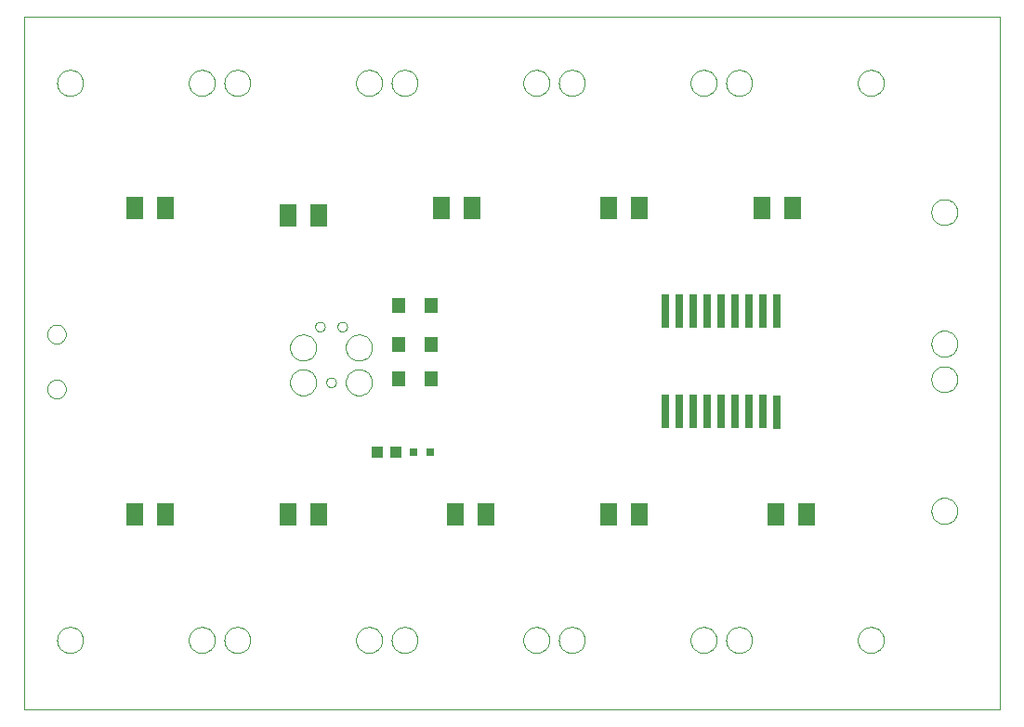
<source format=gtp>
G75*
G70*
%OFA0B0*%
%FSLAX24Y24*%
%IPPOS*%
%LPD*%
%AMOC8*
5,1,8,0,0,1.08239X$1,22.5*
%
%ADD10C,0.0000*%
%ADD11R,0.0433X0.0394*%
%ADD12R,0.0315X0.0315*%
%ADD13R,0.0472X0.0551*%
%ADD14R,0.0260X0.1200*%
%ADD15R,0.0630X0.0787*%
D10*
X000349Y000100D02*
X000349Y024971D01*
X035344Y024971D01*
X035344Y000100D01*
X000349Y000100D01*
X001522Y002600D02*
X001524Y002643D01*
X001530Y002685D01*
X001540Y002727D01*
X001553Y002768D01*
X001571Y002807D01*
X001592Y002845D01*
X001616Y002880D01*
X001643Y002913D01*
X001674Y002944D01*
X001707Y002971D01*
X001742Y002995D01*
X001780Y003016D01*
X001819Y003034D01*
X001860Y003047D01*
X001902Y003057D01*
X001944Y003063D01*
X001987Y003065D01*
X002030Y003063D01*
X002072Y003057D01*
X002114Y003047D01*
X002155Y003034D01*
X002194Y003016D01*
X002232Y002995D01*
X002267Y002971D01*
X002300Y002944D01*
X002331Y002913D01*
X002358Y002880D01*
X002382Y002845D01*
X002403Y002807D01*
X002421Y002768D01*
X002434Y002727D01*
X002444Y002685D01*
X002450Y002643D01*
X002452Y002600D01*
X002450Y002557D01*
X002444Y002515D01*
X002434Y002473D01*
X002421Y002432D01*
X002403Y002393D01*
X002382Y002355D01*
X002358Y002320D01*
X002331Y002287D01*
X002300Y002256D01*
X002267Y002229D01*
X002232Y002205D01*
X002194Y002184D01*
X002155Y002166D01*
X002114Y002153D01*
X002072Y002143D01*
X002030Y002137D01*
X001987Y002135D01*
X001944Y002137D01*
X001902Y002143D01*
X001860Y002153D01*
X001819Y002166D01*
X001780Y002184D01*
X001742Y002205D01*
X001707Y002229D01*
X001674Y002256D01*
X001643Y002287D01*
X001616Y002320D01*
X001592Y002355D01*
X001571Y002393D01*
X001553Y002432D01*
X001540Y002473D01*
X001530Y002515D01*
X001524Y002557D01*
X001522Y002600D01*
X006247Y002600D02*
X006249Y002643D01*
X006255Y002685D01*
X006265Y002727D01*
X006278Y002768D01*
X006296Y002807D01*
X006317Y002845D01*
X006341Y002880D01*
X006368Y002913D01*
X006399Y002944D01*
X006432Y002971D01*
X006467Y002995D01*
X006505Y003016D01*
X006544Y003034D01*
X006585Y003047D01*
X006627Y003057D01*
X006669Y003063D01*
X006712Y003065D01*
X006755Y003063D01*
X006797Y003057D01*
X006839Y003047D01*
X006880Y003034D01*
X006919Y003016D01*
X006957Y002995D01*
X006992Y002971D01*
X007025Y002944D01*
X007056Y002913D01*
X007083Y002880D01*
X007107Y002845D01*
X007128Y002807D01*
X007146Y002768D01*
X007159Y002727D01*
X007169Y002685D01*
X007175Y002643D01*
X007177Y002600D01*
X007175Y002557D01*
X007169Y002515D01*
X007159Y002473D01*
X007146Y002432D01*
X007128Y002393D01*
X007107Y002355D01*
X007083Y002320D01*
X007056Y002287D01*
X007025Y002256D01*
X006992Y002229D01*
X006957Y002205D01*
X006919Y002184D01*
X006880Y002166D01*
X006839Y002153D01*
X006797Y002143D01*
X006755Y002137D01*
X006712Y002135D01*
X006669Y002137D01*
X006627Y002143D01*
X006585Y002153D01*
X006544Y002166D01*
X006505Y002184D01*
X006467Y002205D01*
X006432Y002229D01*
X006399Y002256D01*
X006368Y002287D01*
X006341Y002320D01*
X006317Y002355D01*
X006296Y002393D01*
X006278Y002432D01*
X006265Y002473D01*
X006255Y002515D01*
X006249Y002557D01*
X006247Y002600D01*
X007522Y002600D02*
X007524Y002643D01*
X007530Y002685D01*
X007540Y002727D01*
X007553Y002768D01*
X007571Y002807D01*
X007592Y002845D01*
X007616Y002880D01*
X007643Y002913D01*
X007674Y002944D01*
X007707Y002971D01*
X007742Y002995D01*
X007780Y003016D01*
X007819Y003034D01*
X007860Y003047D01*
X007902Y003057D01*
X007944Y003063D01*
X007987Y003065D01*
X008030Y003063D01*
X008072Y003057D01*
X008114Y003047D01*
X008155Y003034D01*
X008194Y003016D01*
X008232Y002995D01*
X008267Y002971D01*
X008300Y002944D01*
X008331Y002913D01*
X008358Y002880D01*
X008382Y002845D01*
X008403Y002807D01*
X008421Y002768D01*
X008434Y002727D01*
X008444Y002685D01*
X008450Y002643D01*
X008452Y002600D01*
X008450Y002557D01*
X008444Y002515D01*
X008434Y002473D01*
X008421Y002432D01*
X008403Y002393D01*
X008382Y002355D01*
X008358Y002320D01*
X008331Y002287D01*
X008300Y002256D01*
X008267Y002229D01*
X008232Y002205D01*
X008194Y002184D01*
X008155Y002166D01*
X008114Y002153D01*
X008072Y002143D01*
X008030Y002137D01*
X007987Y002135D01*
X007944Y002137D01*
X007902Y002143D01*
X007860Y002153D01*
X007819Y002166D01*
X007780Y002184D01*
X007742Y002205D01*
X007707Y002229D01*
X007674Y002256D01*
X007643Y002287D01*
X007616Y002320D01*
X007592Y002355D01*
X007571Y002393D01*
X007553Y002432D01*
X007540Y002473D01*
X007530Y002515D01*
X007524Y002557D01*
X007522Y002600D01*
X012247Y002600D02*
X012249Y002643D01*
X012255Y002685D01*
X012265Y002727D01*
X012278Y002768D01*
X012296Y002807D01*
X012317Y002845D01*
X012341Y002880D01*
X012368Y002913D01*
X012399Y002944D01*
X012432Y002971D01*
X012467Y002995D01*
X012505Y003016D01*
X012544Y003034D01*
X012585Y003047D01*
X012627Y003057D01*
X012669Y003063D01*
X012712Y003065D01*
X012755Y003063D01*
X012797Y003057D01*
X012839Y003047D01*
X012880Y003034D01*
X012919Y003016D01*
X012957Y002995D01*
X012992Y002971D01*
X013025Y002944D01*
X013056Y002913D01*
X013083Y002880D01*
X013107Y002845D01*
X013128Y002807D01*
X013146Y002768D01*
X013159Y002727D01*
X013169Y002685D01*
X013175Y002643D01*
X013177Y002600D01*
X013175Y002557D01*
X013169Y002515D01*
X013159Y002473D01*
X013146Y002432D01*
X013128Y002393D01*
X013107Y002355D01*
X013083Y002320D01*
X013056Y002287D01*
X013025Y002256D01*
X012992Y002229D01*
X012957Y002205D01*
X012919Y002184D01*
X012880Y002166D01*
X012839Y002153D01*
X012797Y002143D01*
X012755Y002137D01*
X012712Y002135D01*
X012669Y002137D01*
X012627Y002143D01*
X012585Y002153D01*
X012544Y002166D01*
X012505Y002184D01*
X012467Y002205D01*
X012432Y002229D01*
X012399Y002256D01*
X012368Y002287D01*
X012341Y002320D01*
X012317Y002355D01*
X012296Y002393D01*
X012278Y002432D01*
X012265Y002473D01*
X012255Y002515D01*
X012249Y002557D01*
X012247Y002600D01*
X013522Y002600D02*
X013524Y002643D01*
X013530Y002685D01*
X013540Y002727D01*
X013553Y002768D01*
X013571Y002807D01*
X013592Y002845D01*
X013616Y002880D01*
X013643Y002913D01*
X013674Y002944D01*
X013707Y002971D01*
X013742Y002995D01*
X013780Y003016D01*
X013819Y003034D01*
X013860Y003047D01*
X013902Y003057D01*
X013944Y003063D01*
X013987Y003065D01*
X014030Y003063D01*
X014072Y003057D01*
X014114Y003047D01*
X014155Y003034D01*
X014194Y003016D01*
X014232Y002995D01*
X014267Y002971D01*
X014300Y002944D01*
X014331Y002913D01*
X014358Y002880D01*
X014382Y002845D01*
X014403Y002807D01*
X014421Y002768D01*
X014434Y002727D01*
X014444Y002685D01*
X014450Y002643D01*
X014452Y002600D01*
X014450Y002557D01*
X014444Y002515D01*
X014434Y002473D01*
X014421Y002432D01*
X014403Y002393D01*
X014382Y002355D01*
X014358Y002320D01*
X014331Y002287D01*
X014300Y002256D01*
X014267Y002229D01*
X014232Y002205D01*
X014194Y002184D01*
X014155Y002166D01*
X014114Y002153D01*
X014072Y002143D01*
X014030Y002137D01*
X013987Y002135D01*
X013944Y002137D01*
X013902Y002143D01*
X013860Y002153D01*
X013819Y002166D01*
X013780Y002184D01*
X013742Y002205D01*
X013707Y002229D01*
X013674Y002256D01*
X013643Y002287D01*
X013616Y002320D01*
X013592Y002355D01*
X013571Y002393D01*
X013553Y002432D01*
X013540Y002473D01*
X013530Y002515D01*
X013524Y002557D01*
X013522Y002600D01*
X018247Y002600D02*
X018249Y002643D01*
X018255Y002685D01*
X018265Y002727D01*
X018278Y002768D01*
X018296Y002807D01*
X018317Y002845D01*
X018341Y002880D01*
X018368Y002913D01*
X018399Y002944D01*
X018432Y002971D01*
X018467Y002995D01*
X018505Y003016D01*
X018544Y003034D01*
X018585Y003047D01*
X018627Y003057D01*
X018669Y003063D01*
X018712Y003065D01*
X018755Y003063D01*
X018797Y003057D01*
X018839Y003047D01*
X018880Y003034D01*
X018919Y003016D01*
X018957Y002995D01*
X018992Y002971D01*
X019025Y002944D01*
X019056Y002913D01*
X019083Y002880D01*
X019107Y002845D01*
X019128Y002807D01*
X019146Y002768D01*
X019159Y002727D01*
X019169Y002685D01*
X019175Y002643D01*
X019177Y002600D01*
X019175Y002557D01*
X019169Y002515D01*
X019159Y002473D01*
X019146Y002432D01*
X019128Y002393D01*
X019107Y002355D01*
X019083Y002320D01*
X019056Y002287D01*
X019025Y002256D01*
X018992Y002229D01*
X018957Y002205D01*
X018919Y002184D01*
X018880Y002166D01*
X018839Y002153D01*
X018797Y002143D01*
X018755Y002137D01*
X018712Y002135D01*
X018669Y002137D01*
X018627Y002143D01*
X018585Y002153D01*
X018544Y002166D01*
X018505Y002184D01*
X018467Y002205D01*
X018432Y002229D01*
X018399Y002256D01*
X018368Y002287D01*
X018341Y002320D01*
X018317Y002355D01*
X018296Y002393D01*
X018278Y002432D01*
X018265Y002473D01*
X018255Y002515D01*
X018249Y002557D01*
X018247Y002600D01*
X019522Y002600D02*
X019524Y002643D01*
X019530Y002685D01*
X019540Y002727D01*
X019553Y002768D01*
X019571Y002807D01*
X019592Y002845D01*
X019616Y002880D01*
X019643Y002913D01*
X019674Y002944D01*
X019707Y002971D01*
X019742Y002995D01*
X019780Y003016D01*
X019819Y003034D01*
X019860Y003047D01*
X019902Y003057D01*
X019944Y003063D01*
X019987Y003065D01*
X020030Y003063D01*
X020072Y003057D01*
X020114Y003047D01*
X020155Y003034D01*
X020194Y003016D01*
X020232Y002995D01*
X020267Y002971D01*
X020300Y002944D01*
X020331Y002913D01*
X020358Y002880D01*
X020382Y002845D01*
X020403Y002807D01*
X020421Y002768D01*
X020434Y002727D01*
X020444Y002685D01*
X020450Y002643D01*
X020452Y002600D01*
X020450Y002557D01*
X020444Y002515D01*
X020434Y002473D01*
X020421Y002432D01*
X020403Y002393D01*
X020382Y002355D01*
X020358Y002320D01*
X020331Y002287D01*
X020300Y002256D01*
X020267Y002229D01*
X020232Y002205D01*
X020194Y002184D01*
X020155Y002166D01*
X020114Y002153D01*
X020072Y002143D01*
X020030Y002137D01*
X019987Y002135D01*
X019944Y002137D01*
X019902Y002143D01*
X019860Y002153D01*
X019819Y002166D01*
X019780Y002184D01*
X019742Y002205D01*
X019707Y002229D01*
X019674Y002256D01*
X019643Y002287D01*
X019616Y002320D01*
X019592Y002355D01*
X019571Y002393D01*
X019553Y002432D01*
X019540Y002473D01*
X019530Y002515D01*
X019524Y002557D01*
X019522Y002600D01*
X024247Y002600D02*
X024249Y002643D01*
X024255Y002685D01*
X024265Y002727D01*
X024278Y002768D01*
X024296Y002807D01*
X024317Y002845D01*
X024341Y002880D01*
X024368Y002913D01*
X024399Y002944D01*
X024432Y002971D01*
X024467Y002995D01*
X024505Y003016D01*
X024544Y003034D01*
X024585Y003047D01*
X024627Y003057D01*
X024669Y003063D01*
X024712Y003065D01*
X024755Y003063D01*
X024797Y003057D01*
X024839Y003047D01*
X024880Y003034D01*
X024919Y003016D01*
X024957Y002995D01*
X024992Y002971D01*
X025025Y002944D01*
X025056Y002913D01*
X025083Y002880D01*
X025107Y002845D01*
X025128Y002807D01*
X025146Y002768D01*
X025159Y002727D01*
X025169Y002685D01*
X025175Y002643D01*
X025177Y002600D01*
X025175Y002557D01*
X025169Y002515D01*
X025159Y002473D01*
X025146Y002432D01*
X025128Y002393D01*
X025107Y002355D01*
X025083Y002320D01*
X025056Y002287D01*
X025025Y002256D01*
X024992Y002229D01*
X024957Y002205D01*
X024919Y002184D01*
X024880Y002166D01*
X024839Y002153D01*
X024797Y002143D01*
X024755Y002137D01*
X024712Y002135D01*
X024669Y002137D01*
X024627Y002143D01*
X024585Y002153D01*
X024544Y002166D01*
X024505Y002184D01*
X024467Y002205D01*
X024432Y002229D01*
X024399Y002256D01*
X024368Y002287D01*
X024341Y002320D01*
X024317Y002355D01*
X024296Y002393D01*
X024278Y002432D01*
X024265Y002473D01*
X024255Y002515D01*
X024249Y002557D01*
X024247Y002600D01*
X025522Y002600D02*
X025524Y002643D01*
X025530Y002685D01*
X025540Y002727D01*
X025553Y002768D01*
X025571Y002807D01*
X025592Y002845D01*
X025616Y002880D01*
X025643Y002913D01*
X025674Y002944D01*
X025707Y002971D01*
X025742Y002995D01*
X025780Y003016D01*
X025819Y003034D01*
X025860Y003047D01*
X025902Y003057D01*
X025944Y003063D01*
X025987Y003065D01*
X026030Y003063D01*
X026072Y003057D01*
X026114Y003047D01*
X026155Y003034D01*
X026194Y003016D01*
X026232Y002995D01*
X026267Y002971D01*
X026300Y002944D01*
X026331Y002913D01*
X026358Y002880D01*
X026382Y002845D01*
X026403Y002807D01*
X026421Y002768D01*
X026434Y002727D01*
X026444Y002685D01*
X026450Y002643D01*
X026452Y002600D01*
X026450Y002557D01*
X026444Y002515D01*
X026434Y002473D01*
X026421Y002432D01*
X026403Y002393D01*
X026382Y002355D01*
X026358Y002320D01*
X026331Y002287D01*
X026300Y002256D01*
X026267Y002229D01*
X026232Y002205D01*
X026194Y002184D01*
X026155Y002166D01*
X026114Y002153D01*
X026072Y002143D01*
X026030Y002137D01*
X025987Y002135D01*
X025944Y002137D01*
X025902Y002143D01*
X025860Y002153D01*
X025819Y002166D01*
X025780Y002184D01*
X025742Y002205D01*
X025707Y002229D01*
X025674Y002256D01*
X025643Y002287D01*
X025616Y002320D01*
X025592Y002355D01*
X025571Y002393D01*
X025553Y002432D01*
X025540Y002473D01*
X025530Y002515D01*
X025524Y002557D01*
X025522Y002600D01*
X030247Y002600D02*
X030249Y002643D01*
X030255Y002685D01*
X030265Y002727D01*
X030278Y002768D01*
X030296Y002807D01*
X030317Y002845D01*
X030341Y002880D01*
X030368Y002913D01*
X030399Y002944D01*
X030432Y002971D01*
X030467Y002995D01*
X030505Y003016D01*
X030544Y003034D01*
X030585Y003047D01*
X030627Y003057D01*
X030669Y003063D01*
X030712Y003065D01*
X030755Y003063D01*
X030797Y003057D01*
X030839Y003047D01*
X030880Y003034D01*
X030919Y003016D01*
X030957Y002995D01*
X030992Y002971D01*
X031025Y002944D01*
X031056Y002913D01*
X031083Y002880D01*
X031107Y002845D01*
X031128Y002807D01*
X031146Y002768D01*
X031159Y002727D01*
X031169Y002685D01*
X031175Y002643D01*
X031177Y002600D01*
X031175Y002557D01*
X031169Y002515D01*
X031159Y002473D01*
X031146Y002432D01*
X031128Y002393D01*
X031107Y002355D01*
X031083Y002320D01*
X031056Y002287D01*
X031025Y002256D01*
X030992Y002229D01*
X030957Y002205D01*
X030919Y002184D01*
X030880Y002166D01*
X030839Y002153D01*
X030797Y002143D01*
X030755Y002137D01*
X030712Y002135D01*
X030669Y002137D01*
X030627Y002143D01*
X030585Y002153D01*
X030544Y002166D01*
X030505Y002184D01*
X030467Y002205D01*
X030432Y002229D01*
X030399Y002256D01*
X030368Y002287D01*
X030341Y002320D01*
X030317Y002355D01*
X030296Y002393D01*
X030278Y002432D01*
X030265Y002473D01*
X030255Y002515D01*
X030249Y002557D01*
X030247Y002600D01*
X032884Y007238D02*
X032886Y007281D01*
X032892Y007323D01*
X032902Y007365D01*
X032915Y007406D01*
X032933Y007445D01*
X032954Y007483D01*
X032978Y007518D01*
X033005Y007551D01*
X033036Y007582D01*
X033069Y007609D01*
X033104Y007633D01*
X033142Y007654D01*
X033181Y007672D01*
X033222Y007685D01*
X033264Y007695D01*
X033306Y007701D01*
X033349Y007703D01*
X033392Y007701D01*
X033434Y007695D01*
X033476Y007685D01*
X033517Y007672D01*
X033556Y007654D01*
X033594Y007633D01*
X033629Y007609D01*
X033662Y007582D01*
X033693Y007551D01*
X033720Y007518D01*
X033744Y007483D01*
X033765Y007445D01*
X033783Y007406D01*
X033796Y007365D01*
X033806Y007323D01*
X033812Y007281D01*
X033814Y007238D01*
X033812Y007195D01*
X033806Y007153D01*
X033796Y007111D01*
X033783Y007070D01*
X033765Y007031D01*
X033744Y006993D01*
X033720Y006958D01*
X033693Y006925D01*
X033662Y006894D01*
X033629Y006867D01*
X033594Y006843D01*
X033556Y006822D01*
X033517Y006804D01*
X033476Y006791D01*
X033434Y006781D01*
X033392Y006775D01*
X033349Y006773D01*
X033306Y006775D01*
X033264Y006781D01*
X033222Y006791D01*
X033181Y006804D01*
X033142Y006822D01*
X033104Y006843D01*
X033069Y006867D01*
X033036Y006894D01*
X033005Y006925D01*
X032978Y006958D01*
X032954Y006993D01*
X032933Y007031D01*
X032915Y007070D01*
X032902Y007111D01*
X032892Y007153D01*
X032886Y007195D01*
X032884Y007238D01*
X032884Y011962D02*
X032886Y012005D01*
X032892Y012047D01*
X032902Y012089D01*
X032915Y012130D01*
X032933Y012169D01*
X032954Y012207D01*
X032978Y012242D01*
X033005Y012275D01*
X033036Y012306D01*
X033069Y012333D01*
X033104Y012357D01*
X033142Y012378D01*
X033181Y012396D01*
X033222Y012409D01*
X033264Y012419D01*
X033306Y012425D01*
X033349Y012427D01*
X033392Y012425D01*
X033434Y012419D01*
X033476Y012409D01*
X033517Y012396D01*
X033556Y012378D01*
X033594Y012357D01*
X033629Y012333D01*
X033662Y012306D01*
X033693Y012275D01*
X033720Y012242D01*
X033744Y012207D01*
X033765Y012169D01*
X033783Y012130D01*
X033796Y012089D01*
X033806Y012047D01*
X033812Y012005D01*
X033814Y011962D01*
X033812Y011919D01*
X033806Y011877D01*
X033796Y011835D01*
X033783Y011794D01*
X033765Y011755D01*
X033744Y011717D01*
X033720Y011682D01*
X033693Y011649D01*
X033662Y011618D01*
X033629Y011591D01*
X033594Y011567D01*
X033556Y011546D01*
X033517Y011528D01*
X033476Y011515D01*
X033434Y011505D01*
X033392Y011499D01*
X033349Y011497D01*
X033306Y011499D01*
X033264Y011505D01*
X033222Y011515D01*
X033181Y011528D01*
X033142Y011546D01*
X033104Y011567D01*
X033069Y011591D01*
X033036Y011618D01*
X033005Y011649D01*
X032978Y011682D01*
X032954Y011717D01*
X032933Y011755D01*
X032915Y011794D01*
X032902Y011835D01*
X032892Y011877D01*
X032886Y011919D01*
X032884Y011962D01*
X032884Y013238D02*
X032886Y013281D01*
X032892Y013323D01*
X032902Y013365D01*
X032915Y013406D01*
X032933Y013445D01*
X032954Y013483D01*
X032978Y013518D01*
X033005Y013551D01*
X033036Y013582D01*
X033069Y013609D01*
X033104Y013633D01*
X033142Y013654D01*
X033181Y013672D01*
X033222Y013685D01*
X033264Y013695D01*
X033306Y013701D01*
X033349Y013703D01*
X033392Y013701D01*
X033434Y013695D01*
X033476Y013685D01*
X033517Y013672D01*
X033556Y013654D01*
X033594Y013633D01*
X033629Y013609D01*
X033662Y013582D01*
X033693Y013551D01*
X033720Y013518D01*
X033744Y013483D01*
X033765Y013445D01*
X033783Y013406D01*
X033796Y013365D01*
X033806Y013323D01*
X033812Y013281D01*
X033814Y013238D01*
X033812Y013195D01*
X033806Y013153D01*
X033796Y013111D01*
X033783Y013070D01*
X033765Y013031D01*
X033744Y012993D01*
X033720Y012958D01*
X033693Y012925D01*
X033662Y012894D01*
X033629Y012867D01*
X033594Y012843D01*
X033556Y012822D01*
X033517Y012804D01*
X033476Y012791D01*
X033434Y012781D01*
X033392Y012775D01*
X033349Y012773D01*
X033306Y012775D01*
X033264Y012781D01*
X033222Y012791D01*
X033181Y012804D01*
X033142Y012822D01*
X033104Y012843D01*
X033069Y012867D01*
X033036Y012894D01*
X033005Y012925D01*
X032978Y012958D01*
X032954Y012993D01*
X032933Y013031D01*
X032915Y013070D01*
X032902Y013111D01*
X032892Y013153D01*
X032886Y013195D01*
X032884Y013238D01*
X032884Y017962D02*
X032886Y018005D01*
X032892Y018047D01*
X032902Y018089D01*
X032915Y018130D01*
X032933Y018169D01*
X032954Y018207D01*
X032978Y018242D01*
X033005Y018275D01*
X033036Y018306D01*
X033069Y018333D01*
X033104Y018357D01*
X033142Y018378D01*
X033181Y018396D01*
X033222Y018409D01*
X033264Y018419D01*
X033306Y018425D01*
X033349Y018427D01*
X033392Y018425D01*
X033434Y018419D01*
X033476Y018409D01*
X033517Y018396D01*
X033556Y018378D01*
X033594Y018357D01*
X033629Y018333D01*
X033662Y018306D01*
X033693Y018275D01*
X033720Y018242D01*
X033744Y018207D01*
X033765Y018169D01*
X033783Y018130D01*
X033796Y018089D01*
X033806Y018047D01*
X033812Y018005D01*
X033814Y017962D01*
X033812Y017919D01*
X033806Y017877D01*
X033796Y017835D01*
X033783Y017794D01*
X033765Y017755D01*
X033744Y017717D01*
X033720Y017682D01*
X033693Y017649D01*
X033662Y017618D01*
X033629Y017591D01*
X033594Y017567D01*
X033556Y017546D01*
X033517Y017528D01*
X033476Y017515D01*
X033434Y017505D01*
X033392Y017499D01*
X033349Y017497D01*
X033306Y017499D01*
X033264Y017505D01*
X033222Y017515D01*
X033181Y017528D01*
X033142Y017546D01*
X033104Y017567D01*
X033069Y017591D01*
X033036Y017618D01*
X033005Y017649D01*
X032978Y017682D01*
X032954Y017717D01*
X032933Y017755D01*
X032915Y017794D01*
X032902Y017835D01*
X032892Y017877D01*
X032886Y017919D01*
X032884Y017962D01*
X030247Y022600D02*
X030249Y022643D01*
X030255Y022685D01*
X030265Y022727D01*
X030278Y022768D01*
X030296Y022807D01*
X030317Y022845D01*
X030341Y022880D01*
X030368Y022913D01*
X030399Y022944D01*
X030432Y022971D01*
X030467Y022995D01*
X030505Y023016D01*
X030544Y023034D01*
X030585Y023047D01*
X030627Y023057D01*
X030669Y023063D01*
X030712Y023065D01*
X030755Y023063D01*
X030797Y023057D01*
X030839Y023047D01*
X030880Y023034D01*
X030919Y023016D01*
X030957Y022995D01*
X030992Y022971D01*
X031025Y022944D01*
X031056Y022913D01*
X031083Y022880D01*
X031107Y022845D01*
X031128Y022807D01*
X031146Y022768D01*
X031159Y022727D01*
X031169Y022685D01*
X031175Y022643D01*
X031177Y022600D01*
X031175Y022557D01*
X031169Y022515D01*
X031159Y022473D01*
X031146Y022432D01*
X031128Y022393D01*
X031107Y022355D01*
X031083Y022320D01*
X031056Y022287D01*
X031025Y022256D01*
X030992Y022229D01*
X030957Y022205D01*
X030919Y022184D01*
X030880Y022166D01*
X030839Y022153D01*
X030797Y022143D01*
X030755Y022137D01*
X030712Y022135D01*
X030669Y022137D01*
X030627Y022143D01*
X030585Y022153D01*
X030544Y022166D01*
X030505Y022184D01*
X030467Y022205D01*
X030432Y022229D01*
X030399Y022256D01*
X030368Y022287D01*
X030341Y022320D01*
X030317Y022355D01*
X030296Y022393D01*
X030278Y022432D01*
X030265Y022473D01*
X030255Y022515D01*
X030249Y022557D01*
X030247Y022600D01*
X025522Y022600D02*
X025524Y022643D01*
X025530Y022685D01*
X025540Y022727D01*
X025553Y022768D01*
X025571Y022807D01*
X025592Y022845D01*
X025616Y022880D01*
X025643Y022913D01*
X025674Y022944D01*
X025707Y022971D01*
X025742Y022995D01*
X025780Y023016D01*
X025819Y023034D01*
X025860Y023047D01*
X025902Y023057D01*
X025944Y023063D01*
X025987Y023065D01*
X026030Y023063D01*
X026072Y023057D01*
X026114Y023047D01*
X026155Y023034D01*
X026194Y023016D01*
X026232Y022995D01*
X026267Y022971D01*
X026300Y022944D01*
X026331Y022913D01*
X026358Y022880D01*
X026382Y022845D01*
X026403Y022807D01*
X026421Y022768D01*
X026434Y022727D01*
X026444Y022685D01*
X026450Y022643D01*
X026452Y022600D01*
X026450Y022557D01*
X026444Y022515D01*
X026434Y022473D01*
X026421Y022432D01*
X026403Y022393D01*
X026382Y022355D01*
X026358Y022320D01*
X026331Y022287D01*
X026300Y022256D01*
X026267Y022229D01*
X026232Y022205D01*
X026194Y022184D01*
X026155Y022166D01*
X026114Y022153D01*
X026072Y022143D01*
X026030Y022137D01*
X025987Y022135D01*
X025944Y022137D01*
X025902Y022143D01*
X025860Y022153D01*
X025819Y022166D01*
X025780Y022184D01*
X025742Y022205D01*
X025707Y022229D01*
X025674Y022256D01*
X025643Y022287D01*
X025616Y022320D01*
X025592Y022355D01*
X025571Y022393D01*
X025553Y022432D01*
X025540Y022473D01*
X025530Y022515D01*
X025524Y022557D01*
X025522Y022600D01*
X024247Y022600D02*
X024249Y022643D01*
X024255Y022685D01*
X024265Y022727D01*
X024278Y022768D01*
X024296Y022807D01*
X024317Y022845D01*
X024341Y022880D01*
X024368Y022913D01*
X024399Y022944D01*
X024432Y022971D01*
X024467Y022995D01*
X024505Y023016D01*
X024544Y023034D01*
X024585Y023047D01*
X024627Y023057D01*
X024669Y023063D01*
X024712Y023065D01*
X024755Y023063D01*
X024797Y023057D01*
X024839Y023047D01*
X024880Y023034D01*
X024919Y023016D01*
X024957Y022995D01*
X024992Y022971D01*
X025025Y022944D01*
X025056Y022913D01*
X025083Y022880D01*
X025107Y022845D01*
X025128Y022807D01*
X025146Y022768D01*
X025159Y022727D01*
X025169Y022685D01*
X025175Y022643D01*
X025177Y022600D01*
X025175Y022557D01*
X025169Y022515D01*
X025159Y022473D01*
X025146Y022432D01*
X025128Y022393D01*
X025107Y022355D01*
X025083Y022320D01*
X025056Y022287D01*
X025025Y022256D01*
X024992Y022229D01*
X024957Y022205D01*
X024919Y022184D01*
X024880Y022166D01*
X024839Y022153D01*
X024797Y022143D01*
X024755Y022137D01*
X024712Y022135D01*
X024669Y022137D01*
X024627Y022143D01*
X024585Y022153D01*
X024544Y022166D01*
X024505Y022184D01*
X024467Y022205D01*
X024432Y022229D01*
X024399Y022256D01*
X024368Y022287D01*
X024341Y022320D01*
X024317Y022355D01*
X024296Y022393D01*
X024278Y022432D01*
X024265Y022473D01*
X024255Y022515D01*
X024249Y022557D01*
X024247Y022600D01*
X019522Y022600D02*
X019524Y022643D01*
X019530Y022685D01*
X019540Y022727D01*
X019553Y022768D01*
X019571Y022807D01*
X019592Y022845D01*
X019616Y022880D01*
X019643Y022913D01*
X019674Y022944D01*
X019707Y022971D01*
X019742Y022995D01*
X019780Y023016D01*
X019819Y023034D01*
X019860Y023047D01*
X019902Y023057D01*
X019944Y023063D01*
X019987Y023065D01*
X020030Y023063D01*
X020072Y023057D01*
X020114Y023047D01*
X020155Y023034D01*
X020194Y023016D01*
X020232Y022995D01*
X020267Y022971D01*
X020300Y022944D01*
X020331Y022913D01*
X020358Y022880D01*
X020382Y022845D01*
X020403Y022807D01*
X020421Y022768D01*
X020434Y022727D01*
X020444Y022685D01*
X020450Y022643D01*
X020452Y022600D01*
X020450Y022557D01*
X020444Y022515D01*
X020434Y022473D01*
X020421Y022432D01*
X020403Y022393D01*
X020382Y022355D01*
X020358Y022320D01*
X020331Y022287D01*
X020300Y022256D01*
X020267Y022229D01*
X020232Y022205D01*
X020194Y022184D01*
X020155Y022166D01*
X020114Y022153D01*
X020072Y022143D01*
X020030Y022137D01*
X019987Y022135D01*
X019944Y022137D01*
X019902Y022143D01*
X019860Y022153D01*
X019819Y022166D01*
X019780Y022184D01*
X019742Y022205D01*
X019707Y022229D01*
X019674Y022256D01*
X019643Y022287D01*
X019616Y022320D01*
X019592Y022355D01*
X019571Y022393D01*
X019553Y022432D01*
X019540Y022473D01*
X019530Y022515D01*
X019524Y022557D01*
X019522Y022600D01*
X018247Y022600D02*
X018249Y022643D01*
X018255Y022685D01*
X018265Y022727D01*
X018278Y022768D01*
X018296Y022807D01*
X018317Y022845D01*
X018341Y022880D01*
X018368Y022913D01*
X018399Y022944D01*
X018432Y022971D01*
X018467Y022995D01*
X018505Y023016D01*
X018544Y023034D01*
X018585Y023047D01*
X018627Y023057D01*
X018669Y023063D01*
X018712Y023065D01*
X018755Y023063D01*
X018797Y023057D01*
X018839Y023047D01*
X018880Y023034D01*
X018919Y023016D01*
X018957Y022995D01*
X018992Y022971D01*
X019025Y022944D01*
X019056Y022913D01*
X019083Y022880D01*
X019107Y022845D01*
X019128Y022807D01*
X019146Y022768D01*
X019159Y022727D01*
X019169Y022685D01*
X019175Y022643D01*
X019177Y022600D01*
X019175Y022557D01*
X019169Y022515D01*
X019159Y022473D01*
X019146Y022432D01*
X019128Y022393D01*
X019107Y022355D01*
X019083Y022320D01*
X019056Y022287D01*
X019025Y022256D01*
X018992Y022229D01*
X018957Y022205D01*
X018919Y022184D01*
X018880Y022166D01*
X018839Y022153D01*
X018797Y022143D01*
X018755Y022137D01*
X018712Y022135D01*
X018669Y022137D01*
X018627Y022143D01*
X018585Y022153D01*
X018544Y022166D01*
X018505Y022184D01*
X018467Y022205D01*
X018432Y022229D01*
X018399Y022256D01*
X018368Y022287D01*
X018341Y022320D01*
X018317Y022355D01*
X018296Y022393D01*
X018278Y022432D01*
X018265Y022473D01*
X018255Y022515D01*
X018249Y022557D01*
X018247Y022600D01*
X013522Y022600D02*
X013524Y022643D01*
X013530Y022685D01*
X013540Y022727D01*
X013553Y022768D01*
X013571Y022807D01*
X013592Y022845D01*
X013616Y022880D01*
X013643Y022913D01*
X013674Y022944D01*
X013707Y022971D01*
X013742Y022995D01*
X013780Y023016D01*
X013819Y023034D01*
X013860Y023047D01*
X013902Y023057D01*
X013944Y023063D01*
X013987Y023065D01*
X014030Y023063D01*
X014072Y023057D01*
X014114Y023047D01*
X014155Y023034D01*
X014194Y023016D01*
X014232Y022995D01*
X014267Y022971D01*
X014300Y022944D01*
X014331Y022913D01*
X014358Y022880D01*
X014382Y022845D01*
X014403Y022807D01*
X014421Y022768D01*
X014434Y022727D01*
X014444Y022685D01*
X014450Y022643D01*
X014452Y022600D01*
X014450Y022557D01*
X014444Y022515D01*
X014434Y022473D01*
X014421Y022432D01*
X014403Y022393D01*
X014382Y022355D01*
X014358Y022320D01*
X014331Y022287D01*
X014300Y022256D01*
X014267Y022229D01*
X014232Y022205D01*
X014194Y022184D01*
X014155Y022166D01*
X014114Y022153D01*
X014072Y022143D01*
X014030Y022137D01*
X013987Y022135D01*
X013944Y022137D01*
X013902Y022143D01*
X013860Y022153D01*
X013819Y022166D01*
X013780Y022184D01*
X013742Y022205D01*
X013707Y022229D01*
X013674Y022256D01*
X013643Y022287D01*
X013616Y022320D01*
X013592Y022355D01*
X013571Y022393D01*
X013553Y022432D01*
X013540Y022473D01*
X013530Y022515D01*
X013524Y022557D01*
X013522Y022600D01*
X012247Y022600D02*
X012249Y022643D01*
X012255Y022685D01*
X012265Y022727D01*
X012278Y022768D01*
X012296Y022807D01*
X012317Y022845D01*
X012341Y022880D01*
X012368Y022913D01*
X012399Y022944D01*
X012432Y022971D01*
X012467Y022995D01*
X012505Y023016D01*
X012544Y023034D01*
X012585Y023047D01*
X012627Y023057D01*
X012669Y023063D01*
X012712Y023065D01*
X012755Y023063D01*
X012797Y023057D01*
X012839Y023047D01*
X012880Y023034D01*
X012919Y023016D01*
X012957Y022995D01*
X012992Y022971D01*
X013025Y022944D01*
X013056Y022913D01*
X013083Y022880D01*
X013107Y022845D01*
X013128Y022807D01*
X013146Y022768D01*
X013159Y022727D01*
X013169Y022685D01*
X013175Y022643D01*
X013177Y022600D01*
X013175Y022557D01*
X013169Y022515D01*
X013159Y022473D01*
X013146Y022432D01*
X013128Y022393D01*
X013107Y022355D01*
X013083Y022320D01*
X013056Y022287D01*
X013025Y022256D01*
X012992Y022229D01*
X012957Y022205D01*
X012919Y022184D01*
X012880Y022166D01*
X012839Y022153D01*
X012797Y022143D01*
X012755Y022137D01*
X012712Y022135D01*
X012669Y022137D01*
X012627Y022143D01*
X012585Y022153D01*
X012544Y022166D01*
X012505Y022184D01*
X012467Y022205D01*
X012432Y022229D01*
X012399Y022256D01*
X012368Y022287D01*
X012341Y022320D01*
X012317Y022355D01*
X012296Y022393D01*
X012278Y022432D01*
X012265Y022473D01*
X012255Y022515D01*
X012249Y022557D01*
X012247Y022600D01*
X007522Y022600D02*
X007524Y022643D01*
X007530Y022685D01*
X007540Y022727D01*
X007553Y022768D01*
X007571Y022807D01*
X007592Y022845D01*
X007616Y022880D01*
X007643Y022913D01*
X007674Y022944D01*
X007707Y022971D01*
X007742Y022995D01*
X007780Y023016D01*
X007819Y023034D01*
X007860Y023047D01*
X007902Y023057D01*
X007944Y023063D01*
X007987Y023065D01*
X008030Y023063D01*
X008072Y023057D01*
X008114Y023047D01*
X008155Y023034D01*
X008194Y023016D01*
X008232Y022995D01*
X008267Y022971D01*
X008300Y022944D01*
X008331Y022913D01*
X008358Y022880D01*
X008382Y022845D01*
X008403Y022807D01*
X008421Y022768D01*
X008434Y022727D01*
X008444Y022685D01*
X008450Y022643D01*
X008452Y022600D01*
X008450Y022557D01*
X008444Y022515D01*
X008434Y022473D01*
X008421Y022432D01*
X008403Y022393D01*
X008382Y022355D01*
X008358Y022320D01*
X008331Y022287D01*
X008300Y022256D01*
X008267Y022229D01*
X008232Y022205D01*
X008194Y022184D01*
X008155Y022166D01*
X008114Y022153D01*
X008072Y022143D01*
X008030Y022137D01*
X007987Y022135D01*
X007944Y022137D01*
X007902Y022143D01*
X007860Y022153D01*
X007819Y022166D01*
X007780Y022184D01*
X007742Y022205D01*
X007707Y022229D01*
X007674Y022256D01*
X007643Y022287D01*
X007616Y022320D01*
X007592Y022355D01*
X007571Y022393D01*
X007553Y022432D01*
X007540Y022473D01*
X007530Y022515D01*
X007524Y022557D01*
X007522Y022600D01*
X006247Y022600D02*
X006249Y022643D01*
X006255Y022685D01*
X006265Y022727D01*
X006278Y022768D01*
X006296Y022807D01*
X006317Y022845D01*
X006341Y022880D01*
X006368Y022913D01*
X006399Y022944D01*
X006432Y022971D01*
X006467Y022995D01*
X006505Y023016D01*
X006544Y023034D01*
X006585Y023047D01*
X006627Y023057D01*
X006669Y023063D01*
X006712Y023065D01*
X006755Y023063D01*
X006797Y023057D01*
X006839Y023047D01*
X006880Y023034D01*
X006919Y023016D01*
X006957Y022995D01*
X006992Y022971D01*
X007025Y022944D01*
X007056Y022913D01*
X007083Y022880D01*
X007107Y022845D01*
X007128Y022807D01*
X007146Y022768D01*
X007159Y022727D01*
X007169Y022685D01*
X007175Y022643D01*
X007177Y022600D01*
X007175Y022557D01*
X007169Y022515D01*
X007159Y022473D01*
X007146Y022432D01*
X007128Y022393D01*
X007107Y022355D01*
X007083Y022320D01*
X007056Y022287D01*
X007025Y022256D01*
X006992Y022229D01*
X006957Y022205D01*
X006919Y022184D01*
X006880Y022166D01*
X006839Y022153D01*
X006797Y022143D01*
X006755Y022137D01*
X006712Y022135D01*
X006669Y022137D01*
X006627Y022143D01*
X006585Y022153D01*
X006544Y022166D01*
X006505Y022184D01*
X006467Y022205D01*
X006432Y022229D01*
X006399Y022256D01*
X006368Y022287D01*
X006341Y022320D01*
X006317Y022355D01*
X006296Y022393D01*
X006278Y022432D01*
X006265Y022473D01*
X006255Y022515D01*
X006249Y022557D01*
X006247Y022600D01*
X001522Y022600D02*
X001524Y022643D01*
X001530Y022685D01*
X001540Y022727D01*
X001553Y022768D01*
X001571Y022807D01*
X001592Y022845D01*
X001616Y022880D01*
X001643Y022913D01*
X001674Y022944D01*
X001707Y022971D01*
X001742Y022995D01*
X001780Y023016D01*
X001819Y023034D01*
X001860Y023047D01*
X001902Y023057D01*
X001944Y023063D01*
X001987Y023065D01*
X002030Y023063D01*
X002072Y023057D01*
X002114Y023047D01*
X002155Y023034D01*
X002194Y023016D01*
X002232Y022995D01*
X002267Y022971D01*
X002300Y022944D01*
X002331Y022913D01*
X002358Y022880D01*
X002382Y022845D01*
X002403Y022807D01*
X002421Y022768D01*
X002434Y022727D01*
X002444Y022685D01*
X002450Y022643D01*
X002452Y022600D01*
X002450Y022557D01*
X002444Y022515D01*
X002434Y022473D01*
X002421Y022432D01*
X002403Y022393D01*
X002382Y022355D01*
X002358Y022320D01*
X002331Y022287D01*
X002300Y022256D01*
X002267Y022229D01*
X002232Y022205D01*
X002194Y022184D01*
X002155Y022166D01*
X002114Y022153D01*
X002072Y022143D01*
X002030Y022137D01*
X001987Y022135D01*
X001944Y022137D01*
X001902Y022143D01*
X001860Y022153D01*
X001819Y022166D01*
X001780Y022184D01*
X001742Y022205D01*
X001707Y022229D01*
X001674Y022256D01*
X001643Y022287D01*
X001616Y022320D01*
X001592Y022355D01*
X001571Y022393D01*
X001553Y022432D01*
X001540Y022473D01*
X001530Y022515D01*
X001524Y022557D01*
X001522Y022600D01*
X010774Y013850D02*
X010776Y013876D01*
X010782Y013902D01*
X010791Y013926D01*
X010804Y013949D01*
X010821Y013969D01*
X010840Y013987D01*
X010862Y014002D01*
X010885Y014013D01*
X010910Y014021D01*
X010936Y014025D01*
X010962Y014025D01*
X010988Y014021D01*
X011013Y014013D01*
X011037Y014002D01*
X011058Y013987D01*
X011077Y013969D01*
X011094Y013949D01*
X011107Y013926D01*
X011116Y013902D01*
X011122Y013876D01*
X011124Y013850D01*
X011122Y013824D01*
X011116Y013798D01*
X011107Y013774D01*
X011094Y013751D01*
X011077Y013731D01*
X011058Y013713D01*
X011036Y013698D01*
X011013Y013687D01*
X010988Y013679D01*
X010962Y013675D01*
X010936Y013675D01*
X010910Y013679D01*
X010885Y013687D01*
X010861Y013698D01*
X010840Y013713D01*
X010821Y013731D01*
X010804Y013751D01*
X010791Y013774D01*
X010782Y013798D01*
X010776Y013824D01*
X010774Y013850D01*
X011574Y013850D02*
X011576Y013876D01*
X011582Y013902D01*
X011591Y013926D01*
X011604Y013949D01*
X011621Y013969D01*
X011640Y013987D01*
X011662Y014002D01*
X011685Y014013D01*
X011710Y014021D01*
X011736Y014025D01*
X011762Y014025D01*
X011788Y014021D01*
X011813Y014013D01*
X011837Y014002D01*
X011858Y013987D01*
X011877Y013969D01*
X011894Y013949D01*
X011907Y013926D01*
X011916Y013902D01*
X011922Y013876D01*
X011924Y013850D01*
X011922Y013824D01*
X011916Y013798D01*
X011907Y013774D01*
X011894Y013751D01*
X011877Y013731D01*
X011858Y013713D01*
X011836Y013698D01*
X011813Y013687D01*
X011788Y013679D01*
X011762Y013675D01*
X011736Y013675D01*
X011710Y013679D01*
X011685Y013687D01*
X011661Y013698D01*
X011640Y013713D01*
X011621Y013731D01*
X011604Y013751D01*
X011591Y013774D01*
X011582Y013798D01*
X011576Y013824D01*
X011574Y013850D01*
X011882Y013100D02*
X011884Y013143D01*
X011890Y013186D01*
X011900Y013228D01*
X011914Y013269D01*
X011931Y013308D01*
X011952Y013346D01*
X011976Y013381D01*
X012004Y013415D01*
X012034Y013445D01*
X012068Y013473D01*
X012103Y013497D01*
X012141Y013518D01*
X012180Y013535D01*
X012221Y013549D01*
X012263Y013559D01*
X012306Y013565D01*
X012349Y013567D01*
X012392Y013565D01*
X012435Y013559D01*
X012477Y013549D01*
X012518Y013535D01*
X012557Y013518D01*
X012595Y013497D01*
X012630Y013473D01*
X012664Y013445D01*
X012694Y013415D01*
X012722Y013381D01*
X012746Y013346D01*
X012767Y013308D01*
X012784Y013269D01*
X012798Y013228D01*
X012808Y013186D01*
X012814Y013143D01*
X012816Y013100D01*
X012814Y013057D01*
X012808Y013014D01*
X012798Y012972D01*
X012784Y012931D01*
X012767Y012892D01*
X012746Y012854D01*
X012722Y012819D01*
X012694Y012785D01*
X012664Y012755D01*
X012630Y012727D01*
X012595Y012703D01*
X012557Y012682D01*
X012518Y012665D01*
X012477Y012651D01*
X012435Y012641D01*
X012392Y012635D01*
X012349Y012633D01*
X012306Y012635D01*
X012263Y012641D01*
X012221Y012651D01*
X012180Y012665D01*
X012141Y012682D01*
X012103Y012703D01*
X012068Y012727D01*
X012034Y012755D01*
X012004Y012785D01*
X011976Y012819D01*
X011952Y012854D01*
X011931Y012892D01*
X011914Y012931D01*
X011900Y012972D01*
X011890Y013014D01*
X011884Y013057D01*
X011882Y013100D01*
X011882Y011850D02*
X011884Y011893D01*
X011890Y011936D01*
X011900Y011978D01*
X011914Y012019D01*
X011931Y012058D01*
X011952Y012096D01*
X011976Y012131D01*
X012004Y012165D01*
X012034Y012195D01*
X012068Y012223D01*
X012103Y012247D01*
X012141Y012268D01*
X012180Y012285D01*
X012221Y012299D01*
X012263Y012309D01*
X012306Y012315D01*
X012349Y012317D01*
X012392Y012315D01*
X012435Y012309D01*
X012477Y012299D01*
X012518Y012285D01*
X012557Y012268D01*
X012595Y012247D01*
X012630Y012223D01*
X012664Y012195D01*
X012694Y012165D01*
X012722Y012131D01*
X012746Y012096D01*
X012767Y012058D01*
X012784Y012019D01*
X012798Y011978D01*
X012808Y011936D01*
X012814Y011893D01*
X012816Y011850D01*
X012814Y011807D01*
X012808Y011764D01*
X012798Y011722D01*
X012784Y011681D01*
X012767Y011642D01*
X012746Y011604D01*
X012722Y011569D01*
X012694Y011535D01*
X012664Y011505D01*
X012630Y011477D01*
X012595Y011453D01*
X012557Y011432D01*
X012518Y011415D01*
X012477Y011401D01*
X012435Y011391D01*
X012392Y011385D01*
X012349Y011383D01*
X012306Y011385D01*
X012263Y011391D01*
X012221Y011401D01*
X012180Y011415D01*
X012141Y011432D01*
X012103Y011453D01*
X012068Y011477D01*
X012034Y011505D01*
X012004Y011535D01*
X011976Y011569D01*
X011952Y011604D01*
X011931Y011642D01*
X011914Y011681D01*
X011900Y011722D01*
X011890Y011764D01*
X011884Y011807D01*
X011882Y011850D01*
X011174Y011850D02*
X011176Y011876D01*
X011182Y011902D01*
X011191Y011926D01*
X011204Y011949D01*
X011221Y011969D01*
X011240Y011987D01*
X011262Y012002D01*
X011285Y012013D01*
X011310Y012021D01*
X011336Y012025D01*
X011362Y012025D01*
X011388Y012021D01*
X011413Y012013D01*
X011437Y012002D01*
X011458Y011987D01*
X011477Y011969D01*
X011494Y011949D01*
X011507Y011926D01*
X011516Y011902D01*
X011522Y011876D01*
X011524Y011850D01*
X011522Y011824D01*
X011516Y011798D01*
X011507Y011774D01*
X011494Y011751D01*
X011477Y011731D01*
X011458Y011713D01*
X011436Y011698D01*
X011413Y011687D01*
X011388Y011679D01*
X011362Y011675D01*
X011336Y011675D01*
X011310Y011679D01*
X011285Y011687D01*
X011261Y011698D01*
X011240Y011713D01*
X011221Y011731D01*
X011204Y011751D01*
X011191Y011774D01*
X011182Y011798D01*
X011176Y011824D01*
X011174Y011850D01*
X009882Y011850D02*
X009884Y011893D01*
X009890Y011936D01*
X009900Y011978D01*
X009914Y012019D01*
X009931Y012058D01*
X009952Y012096D01*
X009976Y012131D01*
X010004Y012165D01*
X010034Y012195D01*
X010068Y012223D01*
X010103Y012247D01*
X010141Y012268D01*
X010180Y012285D01*
X010221Y012299D01*
X010263Y012309D01*
X010306Y012315D01*
X010349Y012317D01*
X010392Y012315D01*
X010435Y012309D01*
X010477Y012299D01*
X010518Y012285D01*
X010557Y012268D01*
X010595Y012247D01*
X010630Y012223D01*
X010664Y012195D01*
X010694Y012165D01*
X010722Y012131D01*
X010746Y012096D01*
X010767Y012058D01*
X010784Y012019D01*
X010798Y011978D01*
X010808Y011936D01*
X010814Y011893D01*
X010816Y011850D01*
X010814Y011807D01*
X010808Y011764D01*
X010798Y011722D01*
X010784Y011681D01*
X010767Y011642D01*
X010746Y011604D01*
X010722Y011569D01*
X010694Y011535D01*
X010664Y011505D01*
X010630Y011477D01*
X010595Y011453D01*
X010557Y011432D01*
X010518Y011415D01*
X010477Y011401D01*
X010435Y011391D01*
X010392Y011385D01*
X010349Y011383D01*
X010306Y011385D01*
X010263Y011391D01*
X010221Y011401D01*
X010180Y011415D01*
X010141Y011432D01*
X010103Y011453D01*
X010068Y011477D01*
X010034Y011505D01*
X010004Y011535D01*
X009976Y011569D01*
X009952Y011604D01*
X009931Y011642D01*
X009914Y011681D01*
X009900Y011722D01*
X009890Y011764D01*
X009884Y011807D01*
X009882Y011850D01*
X009882Y013100D02*
X009884Y013143D01*
X009890Y013186D01*
X009900Y013228D01*
X009914Y013269D01*
X009931Y013308D01*
X009952Y013346D01*
X009976Y013381D01*
X010004Y013415D01*
X010034Y013445D01*
X010068Y013473D01*
X010103Y013497D01*
X010141Y013518D01*
X010180Y013535D01*
X010221Y013549D01*
X010263Y013559D01*
X010306Y013565D01*
X010349Y013567D01*
X010392Y013565D01*
X010435Y013559D01*
X010477Y013549D01*
X010518Y013535D01*
X010557Y013518D01*
X010595Y013497D01*
X010630Y013473D01*
X010664Y013445D01*
X010694Y013415D01*
X010722Y013381D01*
X010746Y013346D01*
X010767Y013308D01*
X010784Y013269D01*
X010798Y013228D01*
X010808Y013186D01*
X010814Y013143D01*
X010816Y013100D01*
X010814Y013057D01*
X010808Y013014D01*
X010798Y012972D01*
X010784Y012931D01*
X010767Y012892D01*
X010746Y012854D01*
X010722Y012819D01*
X010694Y012785D01*
X010664Y012755D01*
X010630Y012727D01*
X010595Y012703D01*
X010557Y012682D01*
X010518Y012665D01*
X010477Y012651D01*
X010435Y012641D01*
X010392Y012635D01*
X010349Y012633D01*
X010306Y012635D01*
X010263Y012641D01*
X010221Y012651D01*
X010180Y012665D01*
X010141Y012682D01*
X010103Y012703D01*
X010068Y012727D01*
X010034Y012755D01*
X010004Y012785D01*
X009976Y012819D01*
X009952Y012854D01*
X009931Y012892D01*
X009914Y012931D01*
X009900Y012972D01*
X009890Y013014D01*
X009884Y013057D01*
X009882Y013100D01*
X001168Y013584D02*
X001170Y013620D01*
X001176Y013656D01*
X001186Y013691D01*
X001199Y013725D01*
X001216Y013757D01*
X001236Y013787D01*
X001260Y013814D01*
X001286Y013839D01*
X001315Y013861D01*
X001346Y013880D01*
X001379Y013895D01*
X001413Y013907D01*
X001449Y013915D01*
X001485Y013919D01*
X001521Y013919D01*
X001557Y013915D01*
X001593Y013907D01*
X001627Y013895D01*
X001660Y013880D01*
X001691Y013861D01*
X001720Y013839D01*
X001746Y013814D01*
X001770Y013787D01*
X001790Y013757D01*
X001807Y013725D01*
X001820Y013691D01*
X001830Y013656D01*
X001836Y013620D01*
X001838Y013584D01*
X001836Y013548D01*
X001830Y013512D01*
X001820Y013477D01*
X001807Y013443D01*
X001790Y013411D01*
X001770Y013381D01*
X001746Y013354D01*
X001720Y013329D01*
X001691Y013307D01*
X001660Y013288D01*
X001627Y013273D01*
X001593Y013261D01*
X001557Y013253D01*
X001521Y013249D01*
X001485Y013249D01*
X001449Y013253D01*
X001413Y013261D01*
X001379Y013273D01*
X001346Y013288D01*
X001315Y013307D01*
X001286Y013329D01*
X001260Y013354D01*
X001236Y013381D01*
X001216Y013411D01*
X001199Y013443D01*
X001186Y013477D01*
X001176Y013512D01*
X001170Y013548D01*
X001168Y013584D01*
X001168Y011616D02*
X001170Y011652D01*
X001176Y011688D01*
X001186Y011723D01*
X001199Y011757D01*
X001216Y011789D01*
X001236Y011819D01*
X001260Y011846D01*
X001286Y011871D01*
X001315Y011893D01*
X001346Y011912D01*
X001379Y011927D01*
X001413Y011939D01*
X001449Y011947D01*
X001485Y011951D01*
X001521Y011951D01*
X001557Y011947D01*
X001593Y011939D01*
X001627Y011927D01*
X001660Y011912D01*
X001691Y011893D01*
X001720Y011871D01*
X001746Y011846D01*
X001770Y011819D01*
X001790Y011789D01*
X001807Y011757D01*
X001820Y011723D01*
X001830Y011688D01*
X001836Y011652D01*
X001838Y011616D01*
X001836Y011580D01*
X001830Y011544D01*
X001820Y011509D01*
X001807Y011475D01*
X001790Y011443D01*
X001770Y011413D01*
X001746Y011386D01*
X001720Y011361D01*
X001691Y011339D01*
X001660Y011320D01*
X001627Y011305D01*
X001593Y011293D01*
X001557Y011285D01*
X001521Y011281D01*
X001485Y011281D01*
X001449Y011285D01*
X001413Y011293D01*
X001379Y011305D01*
X001346Y011320D01*
X001315Y011339D01*
X001286Y011361D01*
X001260Y011386D01*
X001236Y011413D01*
X001216Y011443D01*
X001199Y011475D01*
X001186Y011509D01*
X001176Y011544D01*
X001170Y011580D01*
X001168Y011616D01*
D11*
X013015Y009350D03*
X013684Y009350D03*
D12*
X014304Y009350D03*
X014895Y009350D03*
D13*
X014940Y011975D03*
X013759Y011975D03*
X013759Y013225D03*
X014940Y013225D03*
X014940Y014600D03*
X013759Y014600D03*
D14*
X023349Y014405D03*
X023849Y014405D03*
X024349Y014405D03*
X024849Y014405D03*
X025349Y014405D03*
X025849Y014405D03*
X026349Y014405D03*
X026849Y014405D03*
X027349Y014405D03*
X026849Y010795D03*
X026349Y010795D03*
X025849Y010795D03*
X025349Y010795D03*
X024849Y010795D03*
X024349Y010795D03*
X023849Y010795D03*
X023349Y010795D03*
X027349Y010780D03*
D15*
X027298Y007100D03*
X028401Y007100D03*
X022401Y007100D03*
X021298Y007100D03*
X016901Y007100D03*
X015798Y007100D03*
X010901Y007100D03*
X009798Y007100D03*
X005401Y007100D03*
X004298Y007100D03*
X009798Y017850D03*
X010901Y017850D03*
X015298Y018100D03*
X016401Y018100D03*
X021298Y018100D03*
X022401Y018100D03*
X026798Y018100D03*
X027901Y018100D03*
X005401Y018100D03*
X004298Y018100D03*
M02*

</source>
